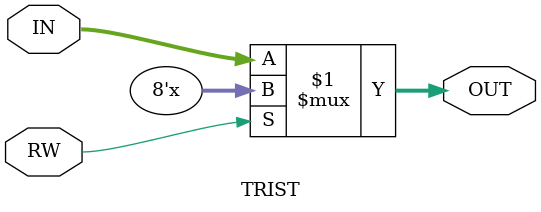
<source format=v>
module TRIST #(parameter D_WIDTH = 8)(RW, IN, OUT);
input RW;
input [D_WIDTH-1:0]IN;
output [D_WIDTH-1:0]OUT;

assign OUT = RW ? {D_WIDTH{1'bz}}:IN;

endmodule

</source>
